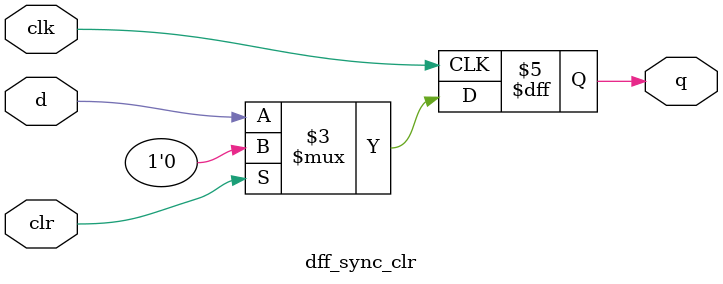
<source format=v>
module dff_sync_clr
(
    input       clk,
    input       clr,
    input       d,
    output  reg q
);

    always @ (posedge clk)
        if (clr)
            q <= 0;
        else
            q <= d;
 
endmodule

</source>
